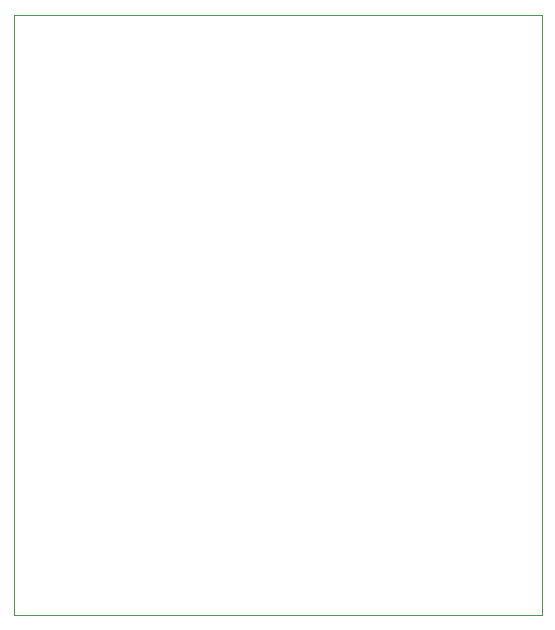
<source format=gbr>
%TF.GenerationSoftware,KiCad,Pcbnew,9.0.3*%
%TF.CreationDate,2025-08-28T20:36:14+02:00*%
%TF.ProjectId,ledki8x8,6c65646b-6938-4783-982e-6b696361645f,rev?*%
%TF.SameCoordinates,Original*%
%TF.FileFunction,Profile,NP*%
%FSLAX46Y46*%
G04 Gerber Fmt 4.6, Leading zero omitted, Abs format (unit mm)*
G04 Created by KiCad (PCBNEW 9.0.3) date 2025-08-28 20:36:14*
%MOMM*%
%LPD*%
G01*
G04 APERTURE LIST*
%TA.AperFunction,Profile*%
%ADD10C,0.050000*%
%TD*%
G04 APERTURE END LIST*
D10*
X144136000Y-75992000D02*
X188840000Y-75992000D01*
X188840000Y-126792000D01*
X144136000Y-126792000D01*
X144136000Y-75992000D01*
M02*

</source>
